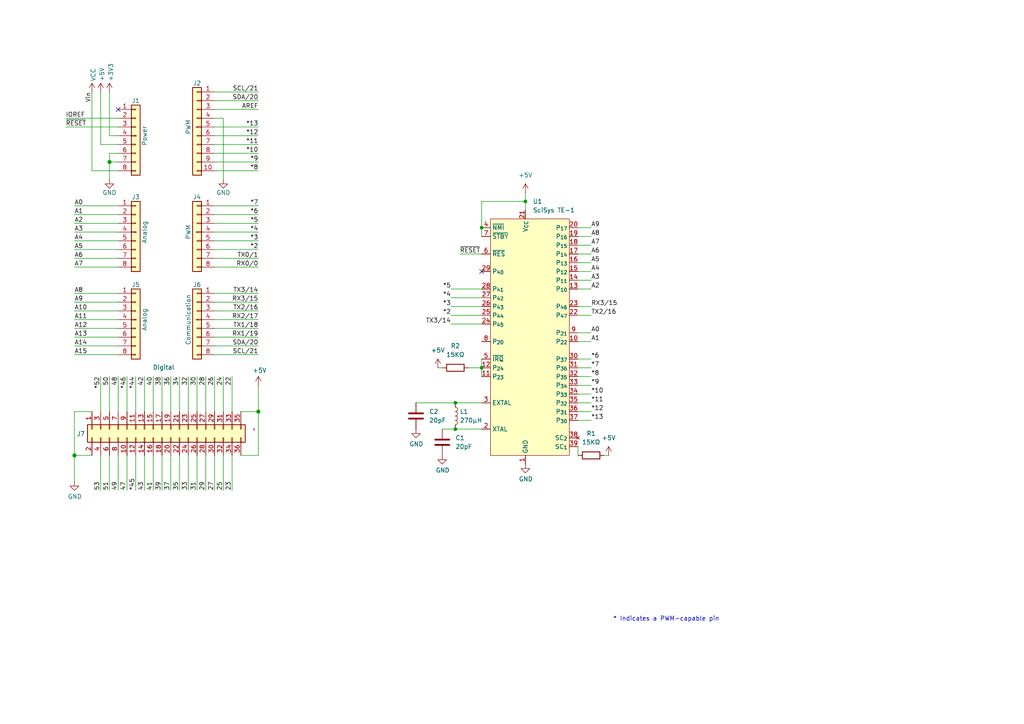
<source format=kicad_sch>
(kicad_sch (version 20250114) (generator "eeschema") (generator_version "9.0")
  (paper "A4")
  (title_block (title "LogiChess-Arduino Tester") (date "18/JAN/2026") (rev "A") (company "Brett Hallen"))
  (lib_symbols
    (symbol "Clueless_Engineer:SciSys TE-1"
      (property "Reference" "U" (at -10.16 -2.54 0))
      (property "Value" "SciSys TE-1" (at 10.16 -2.54 0))
      (symbol "SciSys TE-1_1_1"
        (text_box "" (at -10.16 -5.08 0) (size 22.86 -68.58) (margins 1.016 1.016 1.016 1.016) (fill (type color) (color 255 255 194 1)) (effects (font (size 1.27 1.27)) (justify left top)))
        (pin input line (at -12.7 -7.62 0) (length 2.54) (name "~{NMI}") (number "4"))
        (pin input line (at -12.7 -10.16 0) (length 2.54) (name "~{STBY}") (number "7"))
        (pin input line (at -12.7 -15.24 0) (length 2.54) (name "~{RES}") (number "6"))
        (pin output line (at -12.7 -20.32 0) (length 2.54) (name "P_{40}") (number "29"))
        (pin output line (at -12.7 -25.4 0) (length 2.54) (name "P_{41}") (number "28"))
        (pin output line (at -12.7 -27.94 0) (length 2.54) (name "P_{42}") (number "27"))
        (pin output line (at -12.7 -30.48 0) (length 2.54) (name "P_{43}") (number "26"))
        (pin output line (at -12.7 -33.02 0) (length 2.54) (name "P_{44}") (number "25"))
        (pin output line (at -12.7 -35.56 0) (length 2.54) (name "P_{45}") (number "24"))
        (pin input line (at -12.7 -40.64 0) (length 2.54) (name "P_{20}") (number "8"))
        (pin input line (at -12.7 -45.72 0) (length 2.54) (name "~{IRQ}") (number "5"))
        (pin input line (at -12.7 -48.26 0) (length 2.54) (name "P_{24}") (number "12"))
        (pin input line (at -12.7 -50.8 0) (length 2.54) (name "P_{23}") (number "11"))
        (pin passive line (at -12.7 -58.42 0) (length 2.54) (name "EXTAL") (number "3"))
        (pin passive line (at -12.7 -66.04 0) (length 2.54) (name "XTAL") (number "2"))
        (pin power_in line (at 0 -2.54 270) (length 2.54) (name "V_{CC}") (number "21"))
        (pin power_in line (at 0 -76.2 90) (length 2.54) (name "GND") (number "1"))
        (pin input line (at 15.24 -7.62 180) (length 2.54) (name "P_{17}") (number "20"))
        (pin input line (at 15.24 -10.16 180) (length 2.54) (name "P_{16}") (number "19"))
        (pin input line (at 15.24 -12.7 180) (length 2.54) (name "P_{15}") (number "18"))
        (pin input line (at 15.24 -15.24 180) (length 2.54) (name "P_{14}") (number "17"))
        (pin input line (at 15.24 -17.78 180) (length 2.54) (name "P_{13}") (number "16"))
        (pin input line (at 15.24 -20.32 180) (length 2.54) (name "P_{12}") (number "15"))
        (pin input line (at 15.24 -22.86 180) (length 2.54) (name "P_{11}") (number "14"))
        (pin input line (at 15.24 -25.4 180) (length 2.54) (name "P_{10}") (number "13"))
        (pin output line (at 15.24 -30.48 180) (length 2.54) (name "P_{46}") (number "23"))
        (pin output line (at 15.24 -33.02 180) (length 2.54) (name "P_{47}") (number "22"))
        (pin input line (at 15.24 -38.1 180) (length 2.54) (name "P_{21}") (number "9"))
        (pin input line (at 15.24 -40.64 180) (length 2.54) (name "P_{22}") (number "10"))
        (pin output line (at 15.24 -45.72 180) (length 2.54) (name "P_{37}") (number "30"))
        (pin output line (at 15.24 -48.26 180) (length 2.54) (name "P_{36}") (number "31"))
        (pin output line (at 15.24 -50.8 180) (length 2.54) (name "P_{35}") (number "32"))
        (pin output line (at 15.24 -53.34 180) (length 2.54) (name "P_{34}") (number "33"))
        (pin output line (at 15.24 -55.88 180) (length 2.54) (name "P_{33}") (number "34"))
        (pin output line (at 15.24 -58.42 180) (length 2.54) (name "P_{32}") (number "35"))
        (pin output line (at 15.24 -60.96 180) (length 2.54) (name "P_{31}") (number "36"))
        (pin output line (at 15.24 -63.5 180) (length 2.54) (name "P_{30}") (number "37"))
        (pin no_connect line (at 15.24 -68.58 180) (length 2.54) (name "SC_{2}") (number "38"))
        (pin input line (at 15.24 -71.12 180) (length 2.54) (name "SC_{1}") (number "39"))
      )
    )
    (symbol "Connector_Generic:Conn_01x08" (pin_names (offset 1.016) (hide yes))
      (property "Reference" "J" (at 0 10.16 0))
      (property "Value" "Conn_01x08" (at 0 -12.7 0))
      (symbol "Conn_01x08_1_1"
        (rectangle (start -1.27 8.89) (end 1.27 -11.43) (stroke (width 0.254)) (fill (type background)))
        (rectangle (start -1.27 7.747) (end 0 7.493) (stroke (width 0.1524)))
        (rectangle (start -1.27 5.207) (end 0 4.953) (stroke (width 0.1524)))
        (rectangle (start -1.27 2.667) (end 0 2.413) (stroke (width 0.1524)))
        (rectangle (start -1.27 0.127) (end 0 -0.127) (stroke (width 0.1524)))
        (rectangle (start -1.27 -2.413) (end 0 -2.667) (stroke (width 0.1524)))
        (rectangle (start -1.27 -4.953) (end 0 -5.207) (stroke (width 0.1524)))
        (rectangle (start -1.27 -7.493) (end 0 -7.747) (stroke (width 0.1524)))
        (rectangle (start -1.27 -10.033) (end 0 -10.287) (stroke (width 0.1524)))
        (pin passive line (at -5.08 7.62 0) (length 3.81) (name "Pin_1") (number "1"))
        (pin passive line (at -5.08 5.08 0) (length 3.81) (name "Pin_2") (number "2"))
        (pin passive line (at -5.08 2.54 0) (length 3.81) (name "Pin_3") (number "3"))
        (pin passive line (at -5.08 0 0) (length 3.81) (name "Pin_4") (number "4"))
        (pin passive line (at -5.08 -2.54 0) (length 3.81) (name "Pin_5") (number "5"))
        (pin passive line (at -5.08 -5.08 0) (length 3.81) (name "Pin_6") (number "6"))
        (pin passive line (at -5.08 -7.62 0) (length 3.81) (name "Pin_7") (number "7"))
        (pin passive line (at -5.08 -10.16 0) (length 3.81) (name "Pin_8") (number "8"))
      )
    )
    (symbol "Connector_Generic:Conn_01x10" (pin_names (offset 1.016) (hide yes))
      (property "Reference" "J" (at 0 12.7 0))
      (property "Value" "Conn_01x10" (at 0 -15.24 0))
      (symbol "Conn_01x10_1_1"
        (rectangle (start -1.27 11.43) (end 1.27 -13.97) (stroke (width 0.254)) (fill (type background)))
        (rectangle (start -1.27 10.287) (end 0 10.033) (stroke (width 0.1524)))
        (rectangle (start -1.27 7.747) (end 0 7.493) (stroke (width 0.1524)))
        (rectangle (start -1.27 5.207) (end 0 4.953) (stroke (width 0.1524)))
        (rectangle (start -1.27 2.667) (end 0 2.413) (stroke (width 0.1524)))
        (rectangle (start -1.27 0.127) (end 0 -0.127) (stroke (width 0.1524)))
        (rectangle (start -1.27 -2.413) (end 0 -2.667) (stroke (width 0.1524)))
        (rectangle (start -1.27 -4.953) (end 0 -5.207) (stroke (width 0.1524)))
        (rectangle (start -1.27 -7.493) (end 0 -7.747) (stroke (width 0.1524)))
        (rectangle (start -1.27 -10.033) (end 0 -10.287) (stroke (width 0.1524)))
        (rectangle (start -1.27 -12.573) (end 0 -12.827) (stroke (width 0.1524)))
        (pin passive line (at -5.08 10.16 0) (length 3.81) (name "Pin_1") (number "1"))
        (pin passive line (at -5.08 7.62 0) (length 3.81) (name "Pin_2") (number "2"))
        (pin passive line (at -5.08 5.08 0) (length 3.81) (name "Pin_3") (number "3"))
        (pin passive line (at -5.08 2.54 0) (length 3.81) (name "Pin_4") (number "4"))
        (pin passive line (at -5.08 0 0) (length 3.81) (name "Pin_5") (number "5"))
        (pin passive line (at -5.08 -2.54 0) (length 3.81) (name "Pin_6") (number "6"))
        (pin passive line (at -5.08 -5.08 0) (length 3.81) (name "Pin_7") (number "7"))
        (pin passive line (at -5.08 -7.62 0) (length 3.81) (name "Pin_8") (number "8"))
        (pin passive line (at -5.08 -10.16 0) (length 3.81) (name "Pin_9") (number "9"))
        (pin passive line (at -5.08 -12.7 0) (length 3.81) (name "Pin_10") (number "10"))
      )
    )
    (symbol "Connector_Generic:Conn_02x18_Odd_Even" (pin_names (offset 1.016) (hide yes))
      (property "Reference" "J" (at 1.27 22.86 0))
      (property "Value" "Conn_02x18_Odd_Even" (at 1.27 -25.4 0))
      (symbol "Conn_02x18_Odd_Even_1_1"
        (rectangle (start -1.27 21.59) (end 3.81 -24.13) (stroke (width 0.254)) (fill (type background)))
        (rectangle (start -1.27 20.447) (end 0 20.193) (stroke (width 0.1524)))
        (rectangle (start -1.27 17.907) (end 0 17.653) (stroke (width 0.1524)))
        (rectangle (start -1.27 15.367) (end 0 15.113) (stroke (width 0.1524)))
        (rectangle (start -1.27 12.827) (end 0 12.573) (stroke (width 0.1524)))
        (rectangle (start -1.27 10.287) (end 0 10.033) (stroke (width 0.1524)))
        (rectangle (start -1.27 7.747) (end 0 7.493) (stroke (width 0.1524)))
        (rectangle (start -1.27 5.207) (end 0 4.953) (stroke (width 0.1524)))
        (rectangle (start -1.27 2.667) (end 0 2.413) (stroke (width 0.1524)))
        (rectangle (start -1.27 0.127) (end 0 -0.127) (stroke (width 0.1524)))
        (rectangle (start -1.27 -2.413) (end 0 -2.667) (stroke (width 0.1524)))
        (rectangle (start -1.27 -4.953) (end 0 -5.207) (stroke (width 0.1524)))
        (rectangle (start -1.27 -7.493) (end 0 -7.747) (stroke (width 0.1524)))
        (rectangle (start -1.27 -10.033) (end 0 -10.287) (stroke (width 0.1524)))
        (rectangle (start -1.27 -12.573) (end 0 -12.827) (stroke (width 0.1524)))
        (rectangle (start -1.27 -15.113) (end 0 -15.367) (stroke (width 0.1524)))
        (rectangle (start -1.27 -17.653) (end 0 -17.907) (stroke (width 0.1524)))
        (rectangle (start -1.27 -20.193) (end 0 -20.447) (stroke (width 0.1524)))
        (rectangle (start -1.27 -22.733) (end 0 -22.987) (stroke (width 0.1524)))
        (rectangle (start 3.81 20.447) (end 2.54 20.193) (stroke (width 0.1524)))
        (rectangle (start 3.81 17.907) (end 2.54 17.653) (stroke (width 0.1524)))
        (rectangle (start 3.81 15.367) (end 2.54 15.113) (stroke (width 0.1524)))
        (rectangle (start 3.81 12.827) (end 2.54 12.573) (stroke (width 0.1524)))
        (rectangle (start 3.81 10.287) (end 2.54 10.033) (stroke (width 0.1524)))
        (rectangle (start 3.81 7.747) (end 2.54 7.493) (stroke (width 0.1524)))
        (rectangle (start 3.81 5.207) (end 2.54 4.953) (stroke (width 0.1524)))
        (rectangle (start 3.81 2.667) (end 2.54 2.413) (stroke (width 0.1524)))
        (rectangle (start 3.81 0.127) (end 2.54 -0.127) (stroke (width 0.1524)))
        (rectangle (start 3.81 -2.413) (end 2.54 -2.667) (stroke (width 0.1524)))
        (rectangle (start 3.81 -4.953) (end 2.54 -5.207) (stroke (width 0.1524)))
        (rectangle (start 3.81 -7.493) (end 2.54 -7.747) (stroke (width 0.1524)))
        (rectangle (start 3.81 -10.033) (end 2.54 -10.287) (stroke (width 0.1524)))
        (rectangle (start 3.81 -12.573) (end 2.54 -12.827) (stroke (width 0.1524)))
        (rectangle (start 3.81 -15.113) (end 2.54 -15.367) (stroke (width 0.1524)))
        (rectangle (start 3.81 -17.653) (end 2.54 -17.907) (stroke (width 0.1524)))
        (rectangle (start 3.81 -20.193) (end 2.54 -20.447) (stroke (width 0.1524)))
        (rectangle (start 3.81 -22.733) (end 2.54 -22.987) (stroke (width 0.1524)))
        (pin passive line (at -5.08 20.32 0) (length 3.81) (name "Pin_1") (number "1"))
        (pin passive line (at -5.08 17.78 0) (length 3.81) (name "Pin_3") (number "3"))
        (pin passive line (at -5.08 15.24 0) (length 3.81) (name "Pin_5") (number "5"))
        (pin passive line (at -5.08 12.7 0) (length 3.81) (name "Pin_7") (number "7"))
        (pin passive line (at -5.08 10.16 0) (length 3.81) (name "Pin_9") (number "9"))
        (pin passive line (at -5.08 7.62 0) (length 3.81) (name "Pin_11") (number "11"))
        (pin passive line (at -5.08 5.08 0) (length 3.81) (name "Pin_13") (number "13"))
        (pin passive line (at -5.08 2.54 0) (length 3.81) (name "Pin_15") (number "15"))
        (pin passive line (at -5.08 0 0) (length 3.81) (name "Pin_17") (number "17"))
        (pin passive line (at -5.08 -2.54 0) (length 3.81) (name "Pin_19") (number "19"))
        (pin passive line (at -5.08 -5.08 0) (length 3.81) (name "Pin_21") (number "21"))
        (pin passive line (at -5.08 -7.62 0) (length 3.81) (name "Pin_23") (number "23"))
        (pin passive line (at -5.08 -10.16 0) (length 3.81) (name "Pin_25") (number "25"))
        (pin passive line (at -5.08 -12.7 0) (length 3.81) (name "Pin_27") (number "27"))
        (pin passive line (at -5.08 -15.24 0) (length 3.81) (name "Pin_29") (number "29"))
        (pin passive line (at -5.08 -17.78 0) (length 3.81) (name "Pin_31") (number "31"))
        (pin passive line (at -5.08 -20.32 0) (length 3.81) (name "Pin_33") (number "33"))
        (pin passive line (at -5.08 -22.86 0) (length 3.81) (name "Pin_35") (number "35"))
        (pin passive line (at 7.62 20.32 180) (length 3.81) (name "Pin_2") (number "2"))
        (pin passive line (at 7.62 17.78 180) (length 3.81) (name "Pin_4") (number "4"))
        (pin passive line (at 7.62 15.24 180) (length 3.81) (name "Pin_6") (number "6"))
        (pin passive line (at 7.62 12.7 180) (length 3.81) (name "Pin_8") (number "8"))
        (pin passive line (at 7.62 10.16 180) (length 3.81) (name "Pin_10") (number "10"))
        (pin passive line (at 7.62 7.62 180) (length 3.81) (name "Pin_12") (number "12"))
        (pin passive line (at 7.62 5.08 180) (length 3.81) (name "Pin_14") (number "14"))
        (pin passive line (at 7.62 2.54 180) (length 3.81) (name "Pin_16") (number "16"))
        (pin passive line (at 7.62 0 180) (length 3.81) (name "Pin_18") (number "18"))
        (pin passive line (at 7.62 -2.54 180) (length 3.81) (name "Pin_20") (number "20"))
        (pin passive line (at 7.62 -5.08 180) (length 3.81) (name "Pin_22") (number "22"))
        (pin passive line (at 7.62 -7.62 180) (length 3.81) (name "Pin_24") (number "24"))
        (pin passive line (at 7.62 -10.16 180) (length 3.81) (name "Pin_26") (number "26"))
        (pin passive line (at 7.62 -12.7 180) (length 3.81) (name "Pin_28") (number "28"))
        (pin passive line (at 7.62 -15.24 180) (length 3.81) (name "Pin_30") (number "30"))
        (pin passive line (at 7.62 -17.78 180) (length 3.81) (name "Pin_32") (number "32"))
        (pin passive line (at 7.62 -20.32 180) (length 3.81) (name "Pin_34") (number "34"))
        (pin passive line (at 7.62 -22.86 180) (length 3.81) (name "Pin_36") (number "36"))
      )
    )
    (symbol "Device:C" (pin_numbers (hide yes)) (pin_names (offset 0.254))
      (property "Reference" "C" (at 0.635 2.54 0))
      (property "Value" "C" (at 0.635 -2.54 0))
      (symbol "C_0_1"
        (polyline (pts (xy -2.032 0.762) (xy 2.032 0.762)) (stroke (width 0.508)))
        (polyline (pts (xy -2.032 -0.762) (xy 2.032 -0.762)) (stroke (width 0.508)))
      )
      (symbol "C_1_1"
        (pin passive line (at 0 3.81 270) (length 2.794) (name "~") (number "1"))
        (pin passive line (at 0 -3.81 90) (length 2.794) (name "~") (number "2"))
      )
    )
    (symbol "Device:L" (pin_numbers (hide yes)) (pin_names (offset 1.016) (hide yes))
      (property "Reference" "L" (at -1.27 0 90))
      (property "Value" "L" (at 1.905 0 90))
      (symbol "L_0_1"
        (arc (start 0 2.54) (mid 0.6323 1.905) (end 0 1.27))
        (arc (start 0 1.27) (mid 0.6323 0.635) (end 0 0))
        (arc (start 0 0) (mid 0.6323 -0.635) (end 0 -1.27))
        (arc (start 0 -1.27) (mid 0.6323 -1.905) (end 0 -2.54))
      )
      (symbol "L_1_1"
        (pin passive line (at 0 3.81 270) (length 1.27) (name "1") (number "1"))
        (pin passive line (at 0 -3.81 90) (length 1.27) (name "2") (number "2"))
      )
    )
    (symbol "Device:R" (pin_numbers (hide yes)) (pin_names (offset 0))
      (property "Reference" "R" (at 2.032 0 90))
      (property "Value" "R" (at 0 0 90))
      (symbol "R_0_1"
        (rectangle (start -1.016 -2.54) (end 1.016 2.54) (stroke (width 0.254)))
      )
      (symbol "R_1_1"
        (pin passive line (at 0 3.81 270) (length 1.27) (name "~") (number "1"))
        (pin passive line (at 0 -3.81 90) (length 1.27) (name "~") (number "2"))
      )
    )
    (symbol "power:+3V3" (power) (pin_numbers (hide yes)) (pin_names (offset 0) (hide yes))
      (property "Value" "+3V3" (at 0 3.556 0))
      (symbol "+3V3_0_1"
        (polyline (pts (xy -0.762 1.27) (xy 0 2.54)))
        (polyline (pts (xy 0 2.54) (xy 0.762 1.27)))
        (polyline (pts (xy 0 0) (xy 0 2.54)))
      )
      (symbol "+3V3_1_1"
        (pin power_in line (at 0 0 90) (length 0) (name "~") (number "1"))
      )
    )
    (symbol "power:+5V" (power) (pin_numbers (hide yes)) (pin_names (offset 0) (hide yes))
      (property "Value" "+5V" (at 0 3.556 0))
      (symbol "+5V_0_1"
        (polyline (pts (xy -0.762 1.27) (xy 0 2.54)))
        (polyline (pts (xy 0 2.54) (xy 0.762 1.27)))
        (polyline (pts (xy 0 0) (xy 0 2.54)))
      )
      (symbol "+5V_1_1"
        (pin power_in line (at 0 0 90) (length 0) (name "~") (number "1"))
      )
    )
    (symbol "power:GND" (power) (pin_numbers (hide yes)) (pin_names (offset 0) (hide yes))
      (property "Value" "GND" (at 0 -3.81 0))
      (symbol "GND_0_1"
        (polyline (pts (xy 0 0) (xy 0 -1.27) (xy 1.27 -1.27) (xy 0 -2.54) (xy -1.27 -1.27) (xy 0 -1.27)))
      )
      (symbol "GND_1_1"
        (pin power_in line (at 0 0 270) (length 0) (name "~") (number "1"))
      )
    )
    (symbol "power:VCC" (power) (pin_numbers (hide yes)) (pin_names (offset 0) (hide yes))
      (property "Value" "VCC" (at 0 3.556 0))
      (symbol "VCC_0_1"
        (polyline (pts (xy -0.762 1.27) (xy 0 2.54)))
        (polyline (pts (xy 0 2.54) (xy 0.762 1.27)))
        (polyline (pts (xy 0 0) (xy 0 2.54)))
      )
      (symbol "VCC_1_1"
        (pin power_in line (at 0 0 90) (length 0) (name "~") (number "1"))
      )
    )
  )
  (text "* Indicates a PWM-capable pin" (at 177.8 180.34 0) (effects (font (size 1.27 1.27)) (justify left bottom)))
  (junction (at 21.59 132.08) (diameter 1.016))
  (junction (at 152.4 58.42))
  (junction (at 31.75 46.99) (diameter 1.016))
  (junction (at 139.7 106.68))
  (junction (at 132.08 116.84))
  (junction (at 139.7 66.04))
  (junction (at 74.93 119.38) (diameter 1.016))
  (junction (at 132.08 124.46))
  (no_connect (at 34.29 31.75))
  (no_connect (at 139.7 78.74))
  (wire (pts (xy 62.23 77.47) (xy 74.93 77.47)))
  (wire (pts (xy 171.45 66.04) (xy 167.64 66.04)))
  (wire (pts (xy 171.45 91.44) (xy 167.64 91.44)))
  (wire (pts (xy 176.53 132.08) (xy 175.26 132.08)))
  (wire (pts (xy 21.59 77.47) (xy 34.29 77.47)))
  (wire (pts (xy 62.23 44.45) (xy 74.93 44.45)))
  (wire (pts (xy 171.45 119.38) (xy 167.64 119.38)))
  (wire (pts (xy 44.45 109.22) (xy 44.45 119.38)))
  (wire (pts (xy 62.23 26.67) (xy 74.93 26.67)))
  (wire (pts (xy 46.99 109.22) (xy 46.99 119.38)))
  (wire (pts (xy 74.93 119.38) (xy 74.93 132.08)))
  (wire (pts (xy 26.67 119.38) (xy 21.59 119.38)))
  (wire (pts (xy 62.23 90.17) (xy 74.93 90.17)))
  (wire (pts (xy 31.75 44.45) (xy 31.75 46.99)))
  (wire (pts (xy 49.53 132.08) (xy 49.53 142.24)))
  (wire (pts (xy 21.59 72.39) (xy 34.29 72.39)))
  (wire (pts (xy 171.45 121.92) (xy 167.64 121.92)))
  (wire (pts (xy 167.64 132.08) (xy 167.64 129.54)))
  (wire (pts (xy 130.81 88.9) (xy 139.7 88.9)))
  (wire (pts (xy 54.61 109.22) (xy 54.61 119.38)))
  (wire (pts (xy 31.75 109.22) (xy 31.75 119.38)))
  (wire (pts (xy 67.31 109.22) (xy 67.31 119.38)))
  (wire (pts (xy 132.08 124.46) (xy 139.7 124.46)))
  (wire (pts (xy 31.75 46.99) (xy 31.75 52.07)))
  (wire (pts (xy 62.23 132.08) (xy 62.23 142.24)))
  (wire (pts (xy 31.75 39.37) (xy 34.29 39.37)))
  (wire (pts (xy 41.91 109.22) (xy 41.91 119.38)))
  (wire (pts (xy 29.21 41.91) (xy 34.29 41.91)))
  (wire (pts (xy 52.07 132.08) (xy 52.07 142.24)))
  (wire (pts (xy 29.21 26.67) (xy 29.21 41.91)))
  (wire (pts (xy 133.35 73.66) (xy 139.7 73.66)))
  (wire (pts (xy 21.59 102.87) (xy 34.29 102.87)))
  (wire (pts (xy 36.83 132.08) (xy 36.83 142.24)))
  (wire (pts (xy 59.69 132.08) (xy 59.69 142.24)))
  (wire (pts (xy 62.23 36.83) (xy 74.93 36.83)))
  (wire (pts (xy 31.75 26.67) (xy 31.75 39.37)))
  (wire (pts (xy 62.23 59.69) (xy 74.93 59.69)))
  (wire (pts (xy 34.29 59.69) (xy 21.59 59.69)))
  (wire (pts (xy 130.81 91.44) (xy 139.7 91.44)))
  (wire (pts (xy 62.23 39.37) (xy 74.93 39.37)))
  (wire (pts (xy 34.29 100.33) (xy 21.59 100.33)))
  (wire (pts (xy 139.7 104.14) (xy 139.7 106.68)))
  (wire (pts (xy 62.23 62.23) (xy 74.93 62.23)))
  (wire (pts (xy 62.23 97.79) (xy 74.93 97.79)))
  (wire (pts (xy 52.07 109.22) (xy 52.07 119.38)))
  (wire (pts (xy 21.59 119.38) (xy 21.59 132.08)))
  (wire (pts (xy 36.83 109.22) (xy 36.83 119.38)))
  (wire (pts (xy 26.67 132.08) (xy 21.59 132.08)))
  (wire (pts (xy 171.45 76.2) (xy 167.64 76.2)))
  (wire (pts (xy 62.23 46.99) (xy 74.93 46.99)))
  (wire (pts (xy 59.69 109.22) (xy 59.69 119.38)))
  (wire (pts (xy 152.4 58.42) (xy 152.4 60.96)))
  (wire (pts (xy 171.45 114.3) (xy 167.64 114.3)))
  (wire (pts (xy 57.15 109.22) (xy 57.15 119.38)))
  (wire (pts (xy 39.37 132.08) (xy 39.37 142.24)))
  (wire (pts (xy 57.15 132.08) (xy 57.15 142.24)))
  (wire (pts (xy 34.29 132.08) (xy 34.29 142.24)))
  (wire (pts (xy 64.77 109.22) (xy 64.77 119.38)))
  (wire (pts (xy 130.81 86.36) (xy 139.7 86.36)))
  (wire (pts (xy 62.23 67.31) (xy 74.93 67.31)))
  (wire (pts (xy 44.45 132.08) (xy 44.45 142.24)))
  (wire (pts (xy 128.27 124.46) (xy 132.08 124.46)))
  (wire (pts (xy 39.37 109.22) (xy 39.37 119.38)))
  (wire (pts (xy 171.45 111.76) (xy 167.64 111.76)))
  (wire (pts (xy 19.05 34.29) (xy 34.29 34.29)))
  (wire (pts (xy 152.4 55.88) (xy 152.4 58.42)))
  (wire (pts (xy 132.08 116.84) (xy 139.7 116.84)))
  (wire (pts (xy 62.23 87.63) (xy 74.93 87.63)))
  (wire (pts (xy 74.93 111.76) (xy 74.93 119.38)))
  (wire (pts (xy 171.45 81.28) (xy 167.64 81.28)))
  (wire (pts (xy 64.77 34.29) (xy 64.77 52.07)))
  (wire (pts (xy 62.23 102.87) (xy 74.93 102.87)))
  (wire (pts (xy 171.45 99.06) (xy 167.64 99.06)))
  (wire (pts (xy 62.23 31.75) (xy 74.93 31.75)))
  (wire (pts (xy 69.85 119.38) (xy 74.93 119.38)))
  (wire (pts (xy 139.7 58.42) (xy 152.4 58.42)))
  (wire (pts (xy 62.23 95.25) (xy 74.93 95.25)))
  (wire (pts (xy 21.59 92.71) (xy 34.29 92.71)))
  (wire (pts (xy 34.29 64.77) (xy 21.59 64.77)))
  (wire (pts (xy 19.05 36.83) (xy 34.29 36.83)))
  (wire (pts (xy 130.81 93.98) (xy 139.7 93.98)))
  (wire (pts (xy 62.23 85.09) (xy 74.93 85.09)))
  (wire (pts (xy 34.29 46.99) (xy 31.75 46.99)))
  (wire (pts (xy 171.45 83.82) (xy 167.64 83.82)))
  (wire (pts (xy 139.7 106.68) (xy 139.7 109.22)))
  (wire (pts (xy 171.45 96.52) (xy 167.64 96.52)))
  (wire (pts (xy 139.7 66.04) (xy 139.7 58.42)))
  (wire (pts (xy 120.65 116.84) (xy 132.08 116.84)))
  (wire (pts (xy 34.29 49.53) (xy 26.67 49.53)))
  (wire (pts (xy 29.21 109.22) (xy 29.21 119.38)))
  (wire (pts (xy 21.59 62.23) (xy 34.29 62.23)))
  (wire (pts (xy 130.81 83.82) (xy 139.7 83.82)))
  (wire (pts (xy 31.75 132.08) (xy 31.75 142.24)))
  (wire (pts (xy 171.45 68.58) (xy 167.64 68.58)))
  (wire (pts (xy 135.89 106.68) (xy 139.7 106.68)))
  (wire (pts (xy 167.64 106.68) (xy 171.45 106.68)))
  (wire (pts (xy 54.61 132.08) (xy 54.61 142.24)))
  (wire (pts (xy 34.29 90.17) (xy 21.59 90.17)))
  (wire (pts (xy 29.21 132.08) (xy 29.21 142.24)))
  (wire (pts (xy 139.7 68.58) (xy 139.7 66.04)))
  (wire (pts (xy 62.23 92.71) (xy 74.93 92.71)))
  (wire (pts (xy 62.23 34.29) (xy 64.77 34.29)))
  (wire (pts (xy 46.99 132.08) (xy 46.99 142.24)))
  (wire (pts (xy 34.29 44.45) (xy 31.75 44.45)))
  (wire (pts (xy 21.59 97.79) (xy 34.29 97.79)))
  (wire (pts (xy 62.23 109.22) (xy 62.23 119.38)))
  (wire (pts (xy 62.23 41.91) (xy 74.93 41.91)))
  (wire (pts (xy 49.53 109.22) (xy 49.53 119.38)))
  (wire (pts (xy 21.59 87.63) (xy 34.29 87.63)))
  (wire (pts (xy 171.45 71.12) (xy 167.64 71.12)))
  (wire (pts (xy 62.23 64.77) (xy 74.93 64.77)))
  (wire (pts (xy 171.45 116.84) (xy 167.64 116.84)))
  (wire (pts (xy 171.45 109.22) (xy 167.64 109.22)))
  (wire (pts (xy 21.59 67.31) (xy 34.29 67.31)))
  (wire (pts (xy 34.29 109.22) (xy 34.29 119.38)))
  (wire (pts (xy 171.45 88.9) (xy 167.64 88.9)))
  (wire (pts (xy 62.23 100.33) (xy 74.93 100.33)))
  (wire (pts (xy 74.93 132.08) (xy 69.85 132.08)))
  (wire (pts (xy 171.45 78.74) (xy 167.64 78.74)))
  (wire (pts (xy 34.29 85.09) (xy 21.59 85.09)))
  (wire (pts (xy 128.27 106.68) (xy 127 106.68)))
  (wire (pts (xy 67.31 132.08) (xy 67.31 142.24)))
  (wire (pts (xy 62.23 29.21) (xy 74.93 29.21)))
  (wire (pts (xy 64.77 132.08) (xy 64.77 142.24)))
  (wire (pts (xy 62.23 72.39) (xy 74.93 72.39)))
  (wire (pts (xy 62.23 69.85) (xy 74.93 69.85)))
  (wire (pts (xy 167.64 104.14) (xy 171.45 104.14)))
  (wire (pts (xy 41.91 132.08) (xy 41.91 142.24)))
  (wire (pts (xy 171.45 73.66) (xy 167.64 73.66)))
  (wire (pts (xy 62.23 74.93) (xy 74.93 74.93)))
  (wire (pts (xy 34.29 95.25) (xy 21.59 95.25)))
  (wire (pts (xy 26.67 49.53) (xy 26.67 26.67)))
  (wire (pts (xy 21.59 132.08) (xy 21.59 139.7)))
  (wire (pts (xy 34.29 74.93) (xy 21.59 74.93)))
  (wire (pts (xy 34.29 69.85) (xy 21.59 69.85)))
  (wire (pts (xy 62.23 49.53) (xy 74.93 49.53)))
  (label "A10" (at 21.59 90.17 0))
  (label "RX0{slash}0" (at 74.93 77.47 180))
  (label "A15" (at 21.59 102.87 0))
  (label "*6" (at 171.45 104.14 0))
  (label "A2" (at 21.59 64.77 0))
  (label "RX2{slash}17" (at 74.93 92.71 180))
  (label "*4" (at 74.93 67.31 180))
  (label "A4" (at 171.45 78.74 0))
  (label "*4" (at 130.81 86.36 180))
  (label "SDA{slash}20" (at 74.93 100.33 180))
  (label "26" (at 62.23 109.22 270))
  (label "31" (at 57.15 142.24 90))
  (label "22" (at 67.31 109.22 270))
  (label "TX2{slash}16" (at 171.45 91.44 0))
  (label "33" (at 54.61 142.24 90))
  (label "36" (at 49.53 109.22 270))
  (label "*2" (at 74.93 72.39 180))
  (label "TX1{slash}18" (at 74.93 95.25 180))
  (label "*44" (at 39.37 109.22 270))
  (label "A3" (at 21.59 67.31 0))
  (label "*13" (at 74.93 36.83 180))
  (label "A9" (at 171.45 66.04 0))
  (label "A8" (at 171.45 68.58 0))
  (label "*52" (at 29.21 109.22 270))
  (label "*12" (at 74.93 39.37 180))
  (label "40" (at 44.45 109.22 270))
  (label "~{RESET}" (at 19.05 36.83 0))
  (label "35" (at 52.07 142.24 90))
  (label "A1" (at 171.45 99.06 0))
  (label "*10" (at 74.93 44.45 180))
  (label "~{RESET}" (at 133.35 73.66 0))
  (label "*10" (at 171.45 114.3 0))
  (label "28" (at 59.69 109.22 270))
  (label "23" (at 67.31 142.24 90))
  (label "29" (at 59.69 142.24 90))
  (label "*7" (at 171.45 106.68 0))
  (label "A13" (at 21.59 97.79 0))
  (label "41" (at 44.45 142.24 90))
  (label "30" (at 57.15 109.22 270))
  (label "47" (at 36.83 142.24 90))
  (label "34" (at 52.07 109.22 270))
  (label "*45" (at 39.37 142.24 90))
  (label "*11" (at 171.45 116.84 0))
  (label "38" (at 46.99 109.22 270))
  (label "51" (at 31.75 142.24 90))
  (label "A2" (at 171.45 83.82 0))
  (label "*7" (at 74.93 59.69 180))
  (label "SDA{slash}20" (at 74.93 29.21 180))
  (label "A6" (at 171.45 73.66 0))
  (label "*8" (at 74.93 49.53 180))
  (label "*8" (at 171.45 109.22 0))
  (label "*5" (at 130.81 83.82 180))
  (label "TX3{slash}14" (at 130.81 93.98 180))
  (label "A9" (at 21.59 87.63 0))
  (label "*11" (at 74.93 41.91 180))
  (label "*3" (at 74.93 69.85 180))
  (label "RX3{slash}15" (at 171.45 88.9 0))
  (label "*13" (at 171.45 121.92 0))
  (label "A6" (at 21.59 74.93 0))
  (label "42" (at 41.91 109.22 270))
  (label "A1" (at 21.59 62.23 0))
  (label "53" (at 29.21 142.24 90))
  (label "TX0{slash}1" (at 74.93 74.93 180))
  (label "24" (at 64.77 109.22 270))
  (label "*3" (at 130.81 88.9 180))
  (label "RX1{slash}19" (at 74.93 97.79 180))
  (label "A0" (at 21.59 59.69 0))
  (label "AREF" (at 74.93 31.75 180))
  (label "A14" (at 21.59 100.33 0))
  (label "39" (at 46.99 142.24 90))
  (label "A8" (at 21.59 85.09 0))
  (label "A3" (at 171.45 81.28 0))
  (label "Vin" (at 26.67 26.67 270))
  (label "27" (at 62.23 142.24 90))
  (label "37" (at 49.53 142.24 90))
  (label "25" (at 64.77 142.24 90))
  (label "*6" (at 74.93 62.23 180))
  (label "*46" (at 36.83 109.22 270))
  (label "SCL{slash}21" (at 74.93 26.67 180))
  (label "*9" (at 74.93 46.99 180))
  (label "*12" (at 171.45 119.38 0))
  (label "A5" (at 171.45 76.2 0))
  (label "50" (at 31.75 109.22 270))
  (label "TX2{slash}16" (at 74.93 90.17 180))
  (label "*5" (at 74.93 64.77 180))
  (label "IOREF" (at 19.05 34.29 0))
  (label "A7" (at 21.59 77.47 0))
  (label "A0" (at 171.45 96.52 0))
  (label "A11" (at 21.59 92.71 0))
  (label "A4" (at 21.59 69.85 0))
  (label "49" (at 34.29 142.24 90))
  (label "A5" (at 21.59 72.39 0))
  (label "RX3{slash}15" (at 74.93 87.63 180))
  (label "*2" (at 130.81 91.44 180))
  (label "TX3{slash}14" (at 74.93 85.09 180))
  (label "*9" (at 171.45 111.76 0))
  (label "32" (at 54.61 109.22 270))
  (label "43" (at 41.91 142.24 90))
  (label "A7" (at 171.45 71.12 0))
  (label "A12" (at 21.59 95.25 0))
  (label "SCL{slash}21" (at 74.93 102.87 180))
  (label "48" (at 34.29 109.22 270))
  (symbol (lib_id "Connector_Generic:Conn_01x08") (at 39.37 39.37 0) (unit 1)
    (property "Reference" "J1" (at 39.37 29.21 0))
    (property "Value" "Power" (at 41.91 39.37 90))
    (property "Footprint" "Connector_PinSocket_2.54mm:PinSocket_1x08_P2.54mm_Vertical" (effects (hide yes)))
    (property "Datasheet" "~" (at 39.37 39.37 0))
    (property "Description" "Generic connector, single row, 01x08, script generated (kicad-library-utils/schlib/autogen/connector/)" (effects (hide yes)))
  )
  (symbol (lib_id "power:+3V3") (at 31.75 26.67 0) (unit 1)
    (property "Reference" "#PWR03" (effects (hide yes)))
    (property "Value" "+3V3" (at 32.131 23.622 90) (effects (justify left)))
    (property "Description" "Power symbol creates a global label with name \"+3V3\"" (effects (hide yes)))
  )
  (symbol (lib_id "power:+5V") (at 29.21 26.67 0) (unit 1)
    (property "Reference" "#PWR02" (effects (hide yes)))
    (property "Value" "+5V" (at 29.5656 23.622 90) (effects (justify left)))
    (property "Description" "Power symbol creates a global label with name \"+5V\"" (effects (hide yes)))
  )
  (symbol (lib_id "power:GND") (at 31.75 52.07 0) (unit 1)
    (property "Reference" "#PWR04" (effects (hide yes)))
    (property "Value" "GND" (at 31.75 55.88 0))
    (property "Description" "Power symbol creates a global label with name \"GND\" , ground" (effects (hide yes)))
  )
  (symbol (lib_id "Connector_Generic:Conn_01x10") (at 57.15 36.83 0) (mirror y) (unit 1)
    (property "Reference" "J2" (at 57.15 24.13 0))
    (property "Value" "PWM" (at 54.61 36.83 90))
    (property "Footprint" "Connector_PinSocket_2.54mm:PinSocket_1x10_P2.54mm_Vertical" (effects (hide yes)))
    (property "Datasheet" "~" (at 57.15 36.83 0))
    (property "Description" "Generic connector, single row, 01x10, script generated (kicad-library-utils/schlib/autogen/connector/)" (effects (hide yes)))
  )
  (symbol (lib_id "power:GND") (at 64.77 52.07 0) (unit 1)
    (property "Reference" "#PWR05" (effects (hide yes)))
    (property "Value" "GND" (at 64.77 55.88 0))
    (property "Description" "Power symbol creates a global label with name \"GND\" , ground" (effects (hide yes)))
  )
  (symbol (lib_id "Connector_Generic:Conn_01x08") (at 39.37 67.31 0) (unit 1)
    (property "Reference" "J3" (at 39.37 57.15 0))
    (property "Value" "Analog" (at 41.91 67.31 90))
    (property "Footprint" "Connector_PinSocket_2.54mm:PinSocket_1x08_P2.54mm_Vertical" (effects (hide yes)))
    (property "Datasheet" "~" (at 39.37 67.31 0))
    (property "Description" "Generic connector, single row, 01x08, script generated (kicad-library-utils/schlib/autogen/connector/)" (effects (hide yes)))
  )
  (symbol (lib_id "Connector_Generic:Conn_01x08") (at 57.15 67.31 0) (mirror y) (unit 1)
    (property "Reference" "J4" (at 57.15 57.15 0))
    (property "Value" "PWM" (at 54.61 67.31 90))
    (property "Footprint" "Connector_PinSocket_2.54mm:PinSocket_1x08_P2.54mm_Vertical" (effects (hide yes)))
    (property "Datasheet" "~" (at 57.15 67.31 0))
    (property "Description" "Generic connector, single row, 01x08, script generated (kicad-library-utils/schlib/autogen/connector/)" (effects (hide yes)))
  )
  (symbol (lib_id "Connector_Generic:Conn_01x08") (at 39.37 92.71 0) (unit 1)
    (property "Reference" "J5" (at 39.37 82.55 0))
    (property "Value" "Analog" (at 41.91 92.71 90))
    (property "Footprint" "Connector_PinSocket_2.54mm:PinSocket_1x08_P2.54mm_Vertical" (effects (hide yes)))
    (property "Datasheet" "~" (at 39.37 92.71 0))
    (property "Description" "Generic connector, single row, 01x08, script generated (kicad-library-utils/schlib/autogen/connector/)" (effects (hide yes)))
  )
  (symbol (lib_id "Connector_Generic:Conn_01x08") (at 57.15 92.71 0) (mirror y) (unit 1)
    (property "Reference" "J6" (at 57.15 82.55 0))
    (property "Value" "Communication" (at 54.61 92.71 90))
    (property "Footprint" "Connector_PinSocket_2.54mm:PinSocket_1x08_P2.54mm_Vertical" (effects (hide yes)))
    (property "Datasheet" "~" (at 57.15 92.71 0))
    (property "Description" "Generic connector, single row, 01x08, script generated (kicad-library-utils/schlib/autogen/connector/)" (effects (hide yes)))
  )
  (symbol (lib_id "Connector_Generic:Conn_02x18_Odd_Even") (at 46.99 124.46 90) (mirror x) (unit 1)
    (property "Reference" "J7" (at 24.6379 125.8506 90) (effects (justify left)))
    (property "Value" "Digital" (at 47.498 106.553 90))
    (property "Footprint" "Connector_PinSocket_2.54mm:PinSocket_2x18_P2.54mm_Vertical" (effects (hide yes)))
    (property "Datasheet" "~" (at 73.66 124.46 0))
    (property "Description" "Generic connector, double row, 02x18, odd/even pin numbering scheme (row 1 odd numbers, row 2 even numbers), script generated (kicad-library-utils/schlib/autogen/connector/)" (effects (hide yes)))
  )
  (symbol (lib_id "power:GND") (at 21.59 139.7 0) (unit 1)
    (property "Reference" "#PWR07" (effects (hide yes)))
    (property "Value" "GND" (at 21.7043 144.0244 0))
    (property "Description" "Power symbol creates a global label with name \"GND\" , ground" (effects (hide yes)))
  )
  (symbol (lib_id "power:+5V") (at 74.93 111.76 0) (unit 1)
    (property "Reference" "#PWR06" (effects (hide yes)))
    (property "Value" "+5V" (at 75.2983 107.4356 0))
    (property "Description" "Power symbol creates a global label with name \"+5V\"" (effects (hide yes)))
  )
  (symbol (lib_id "Device:R") (at 132.08 106.68 90) (unit 1)
    (property "Reference" "R2" (at 132.08 100.33 90))
    (property "Value" "15KΩ" (at 132.08 102.87 90))
    (property "Footprint" "Resistor_THT:R_Axial_DIN0207_L6.3mm_D2.5mm_P7.62mm_Horizontal" (effects (hide yes)))
    (property "Description" "Resistor" (effects (hide yes)))
  )
  (symbol (lib_id "power:+5V") (at 176.53 132.08 0) (unit 1)
    (property "Reference" "#PWR09" (effects (hide yes)))
    (property "Value" "+5V" (at 176.53 127 0))
    (property "Description" "Power symbol creates a global label with name \"+5V\"" (effects (hide yes)))
  )
  (symbol (lib_id "Device:C") (at 128.27 128.27 0) (unit 1)
    (property "Reference" "C1" (at 132.08 126.9999 0) (effects (justify left)))
    (property "Value" "20pF" (at 132.08 129.5399 0) (effects (justify left)))
    (property "Footprint" "Capacitor_THT:C_Disc_D3.8mm_W2.6mm_P2.50mm" (effects (hide yes)))
    (property "Description" "Unpolarized capacitor" (effects (hide yes)))
  )
  (symbol (lib_id "power:VCC") (at 26.67 26.67 0) (unit 1)
    (property "Reference" "#PWR01" (effects (hide yes)))
    (property "Value" "VCC" (at 27.051 23.622 90) (effects (justify left)))
    (property "Description" "Power symbol creates a global label with name \"VCC\"" (effects (hide yes)))
  )
  (symbol (lib_id "Clueless_Engineer:SciSys TE-1") (at 152.4 58.42 0) (unit 1)
    (property "Reference" "U1" (at 154.5433 58.42 0) (effects (justify left)))
    (property "Value" "SciSys TE-1" (at 154.5433 60.96 0) (effects (justify left)))
    (property "Footprint" "Package_DIP:DIP-40_W15.24mm" (effects (hide yes)))
    (property "Description" "Hitachi HD6301" (effects (hide yes)))
  )
  (symbol (lib_id "power:GND") (at 120.65 124.46 0) (unit 1)
    (property "Reference" "#PWR012" (effects (hide yes)))
    (property "Value" "GND" (at 120.7643 128.7844 0))
    (property "Description" "Power symbol creates a global label with name \"GND\" , ground" (effects (hide yes)))
  )
  (symbol (lib_id "power:+5V") (at 127 106.68 0) (unit 1)
    (property "Reference" "#PWR013" (effects (hide yes)))
    (property "Value" "+5V" (at 127 101.6 0))
    (property "Description" "Power symbol creates a global label with name \"+5V\"" (effects (hide yes)))
  )
  (symbol (lib_id "Device:L") (at 132.08 120.65 0) (unit 1)
    (property "Reference" "L1" (at 133.35 119.3799 0) (effects (justify left)))
    (property "Value" "270µH" (at 133.35 121.9199 0) (effects (justify left)))
    (property "Footprint" "Inductor_THT:L_Radial_D6.0mm_P4.00mm" (effects (hide yes)))
    (property "Description" "Inductor" (effects (hide yes)))
  )
  (symbol (lib_id "power:+5V") (at 152.4 55.88 0) (unit 1)
    (property "Reference" "#PWR08" (effects (hide yes)))
    (property "Value" "+5V" (at 152.4 50.8 0))
    (property "Description" "Power symbol creates a global label with name \"+5V\"" (effects (hide yes)))
  )
  (symbol (lib_id "Device:R") (at 171.45 132.08 90) (unit 1)
    (property "Reference" "R1" (at 171.45 125.73 90))
    (property "Value" "15KΩ" (at 171.45 128.27 90))
    (property "Footprint" "Resistor_THT:R_Axial_DIN0207_L6.3mm_D2.5mm_P7.62mm_Horizontal" (effects (hide yes)))
    (property "Description" "Resistor" (effects (hide yes)))
  )
  (symbol (lib_id "power:GND") (at 152.4 134.62 0) (unit 1)
    (property "Reference" "#PWR010" (effects (hide yes)))
    (property "Value" "GND" (at 152.5143 138.9444 0))
    (property "Description" "Power symbol creates a global label with name \"GND\" , ground" (effects (hide yes)))
  )
  (symbol (lib_id "power:GND") (at 128.27 132.08 0) (unit 1)
    (property "Reference" "#PWR011" (effects (hide yes)))
    (property "Value" "GND" (at 128.3843 136.4044 0))
    (property "Description" "Power symbol creates a global label with name \"GND\" , ground" (effects (hide yes)))
  )
  (symbol (lib_id "Device:C") (at 120.65 120.65 0) (unit 1)
    (property "Reference" "C2" (at 124.46 119.3799 0) (effects (justify left)))
    (property "Value" "20pF" (at 124.46 121.9199 0) (effects (justify left)))
    (property "Footprint" "Capacitor_THT:C_Disc_D3.8mm_W2.6mm_P2.50mm" (effects (hide yes)))
    (property "Description" "Unpolarized capacitor" (effects (hide yes)))
  )
)
</source>
